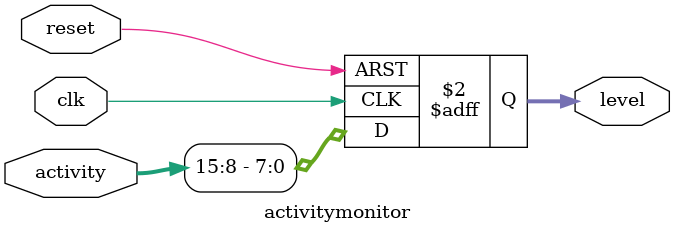
<source format=v>
module activitymonitor (
    input             clk,
    input             reset,
    input      [15:0] activity,
    output reg [7:0]  level
);

always @(posedge clk or posedge reset) begin
    if (reset)
        level <= 8'd0;
    else
        level <= activity[15:8];
end

endmodule

// 2025-12-04 15:41:00

// 2025-12-09 10:47:00

// 2025-12-13 16:10:00

// 2025-12-18 11:05:00

// 2025-12-22 16:09:00

// 2025-12-27 10:36:00

// 2025-12-31 14:43:00

// 2026-01-05 11:05:00

// 2026-02-01 10:13:00

</source>
